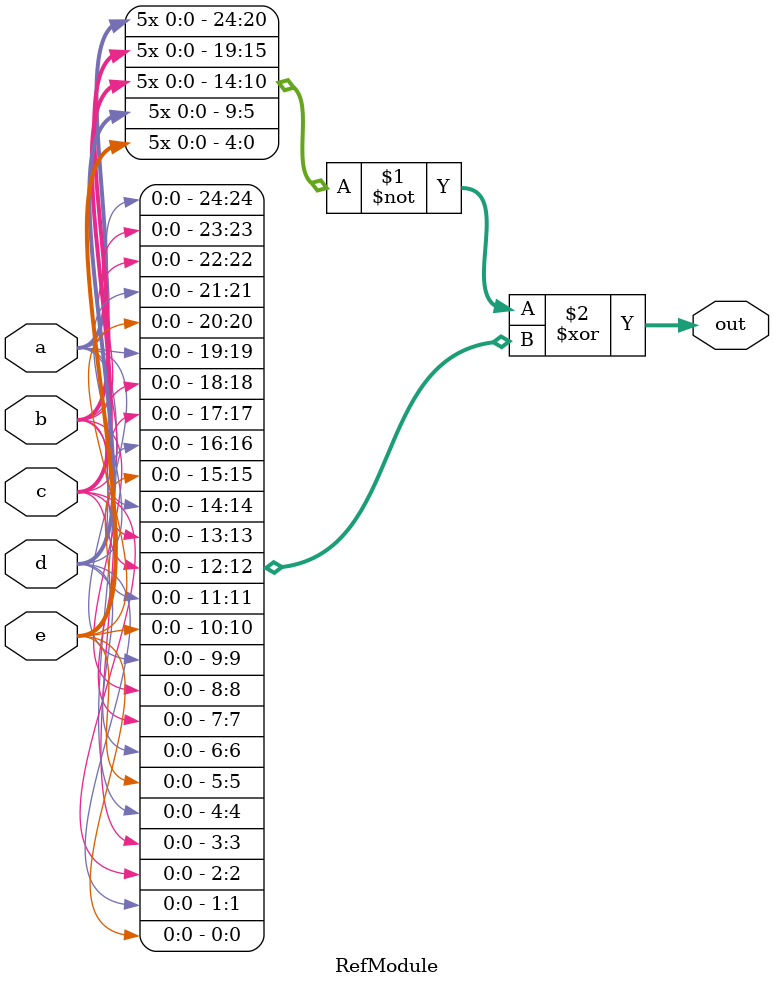
<source format=sv>

module RefModule (
  input a,
  input b,
  input c,
  input d,
  input e,
  output [24:0] out
);

  assign out = ~{ {5{a}}, {5{b}}, {5{c}}, {5{d}}, {5{e}} } ^ {5{a,b,c,d,e}};

endmodule

</source>
